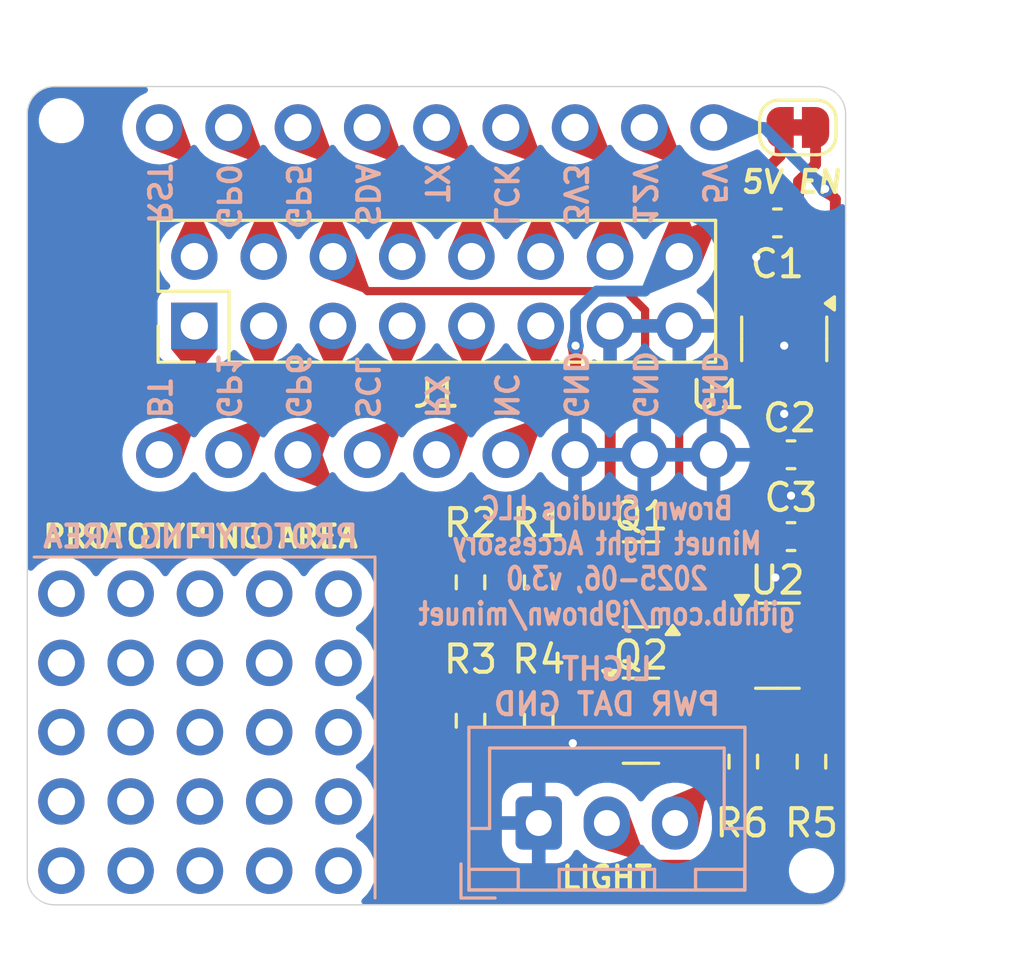
<source format=kicad_pcb>
(kicad_pcb (version 20240108) (generator "pcbnew") (generator_version "8.0")
  (title_block (title "Minuet Light Accessory") (date "2025-06") (rev "v3.0") (company "Brown Studios LLC") (comment 1 "github.com/j9brown/minuet"))
  (layers (0 "F.Cu" signal) (31 "B.Cu" signal) (34 "B.Paste" user) (35 "F.Paste" user) (36 "B.SilkS" user "B.Silkscreen") (37 "F.SilkS" user "F.Silkscreen") (38 "B.Mask" user) (39 "F.Mask" user) (44 "Edge.Cuts" user))
  (net 0 "")
  (net 1 "+12V")
  (net 2 "GND")
  (net 3 "+5V")
  (net 4 "UART_RXD")
  (net 5 "RESET")
  (net 6 "+3.3V")
  (net 7 "SDA")
  (net 8 "GPIO1")
  (net 9 "SCL")
  (net 10 "UART_TXD")
  (net 11 "BOOT")
  (net 12 "GPIO0")
  (net 13 "Net-(U1-BP)")
  (net 14 "/LOAD")
  (net 15 "Net-(Q1-G)")
  (net 16 "Net-(Q2-B)")
  (net 17 "/DATA")
  (net 18 "Net-(Q2-C)")
  (net 19 "Net-(R5-Pad2)")
  (net 21 "Net-(JP1-A)")
  (net 22 "GPIO5")
  (net 23 "LOCK")
  (net 24 "GPIO6")
  (net 25 "RESERVED")
  (footprint "Package_TO_SOT_SMD:SOT-23" (layer "F.Cu") (at 122.5 118.25 180)
    (property "Reference" "Q1" (at 0 2.5 0) (layer "F.SilkS"))
    (property "Value" "DMG2301L")
    (fp_line (start 0 1.560001) (end 0.65 1.56) (stroke (width 0.12)) (layer "F.SilkS"))
    (fp_line (start 0 1.560001) (end -0.65 1.56) (stroke (width 0.12)) (layer "F.SilkS"))
    (fp_line (start 0 -1.560001) (end 0.65 -1.56) (stroke (width 0.12)) (layer "F.SilkS"))
    (fp_line (start 0 -1.560001) (end -0.65 -1.56) (stroke (width 0.12)) (layer "F.SilkS"))
    (fp_poly (pts (xy -1.1625 -1.51) (xy -1.4025 -1.84) (xy -0.9225 -1.839999) (xy -1.1625 -1.51)) (stroke (width 0.12)) (fill solid) (layer "F.SilkS"))
    (pad "1" smd roundrect (at -0.9375 -0.95 180) (size 1.475 0.6) (layers "F.Cu" "F.Paste" "F.Mask") (net 15 "Net-(Q1-G)"))
    (pad "2" smd roundrect (at -0.9375 0.95 180) (size 1.475 0.6) (layers "F.Cu" "F.Paste" "F.Mask") (net 1 "+12V"))
    (pad "3" smd roundrect (at 0.937501 0 180) (size 1.475 0.6) (layers "F.Cu" "F.Paste" "F.Mask") (net 14 "/LOAD"))
  )
  (footprint "Connector_PinHeader_2.54mm:PinHeader_2x08_P2.54mm_Vertical" (layer "F.Cu") (at 106.125 108.775 90)
    (property "Reference" "J1" (at -2.475 8.875 0) (layer "F.SilkS"))
    (property "Value" "PH2-16-UA")
    (fp_line (start 3.87 -1.33) (end 3.87 19.11) (stroke (width 0.12)) (layer "F.SilkS"))
    (fp_line (start 1.27 -1.33) (end 3.87 -1.33) (stroke (width 0.12)) (layer "F.SilkS"))
    (fp_line (start -1.33 -1.33) (end 0 -1.33) (stroke (width 0.12)) (layer "F.SilkS"))
    (fp_line (start -1.33 0) (end -1.33 -1.33) (stroke (width 0.12)) (layer "F.SilkS"))
    (fp_line (start 1.27 1.27) (end 1.27 -1.33) (stroke (width 0.12)) (layer "F.SilkS"))
    (fp_line (start -1.33 1.27) (end 1.27 1.27) (stroke (width 0.12)) (layer "F.SilkS"))
    (fp_line (start -1.33 1.27) (end -1.33 19.11) (stroke (width 0.12)) (layer "F.SilkS"))
    (fp_line (start -1.33 19.11) (end 3.87 19.11) (stroke (width 0.12)) (layer "F.SilkS"))
    (pad "1" thru_hole rect (at 0 0 90) (size 1.7 1.7) (drill 1) (layers "*.Cu" "*.Mask") (net 11 "BOOT"))
    (pad "2" thru_hole oval (at 2.54 0 90) (size 1.7 1.7) (drill 1) (layers "*.Cu" "*.Mask") (net 5 "RESET"))
    (pad "3" thru_hole oval (at 0 2.54 90) (size 1.7 1.7) (drill 1) (layers "*.Cu" "*.Mask") (net 8 "GPIO1"))
    (pad "4" thru_hole oval (at 2.54 2.54 90) (size 1.7 1.7) (drill 1) (layers "*.Cu" "*.Mask") (net 12 "GPIO0"))
    (pad "5" thru_hole oval (at 0 5.08 90) (size 1.7 1.7) (drill 1) (layers "*.Cu" "*.Mask") (net 24 "GPIO6"))
    (pad "6" thru_hole oval (at 2.54 5.08 90) (size 1.7 1.7) (drill 1) (layers "*.Cu" "*.Mask") (net 22 "GPIO5"))
    (pad "7" thru_hole oval (at 0 7.62 90) (size 1.7 1.7) (drill 1) (layers "*.Cu" "*.Mask") (net 9 "SCL"))
    (pad "8" thru_hole oval (at 2.54 7.62 90) (size 1.7 1.7) (drill 1) (layers "*.Cu" "*.Mask") (net 7 "SDA"))
    (pad "9" thru_hole oval (at 0 10.16 90) (size 1.7 1.7) (drill 1) (layers "*.Cu" "*.Mask") (net 4 "UART_RXD"))
    (pad "10" thru_hole oval (at 2.54 10.16 90) (size 1.7 1.7) (drill 1) (layers "*.Cu" "*.Mask") (net 10 "UART_TXD"))
    (pad "11" thru_hole oval (at 0 12.7 90) (size 1.7 1.7) (drill 1) (layers "*.Cu" "*.Mask") (net 25 "RESERVED"))
    (pad "12" thru_hole oval (at 2.54 12.7 90) (size 1.7 1.7) (drill 1) (layers "*.Cu" "*.Mask") (net 23 "LOCK"))
    (pad "13" thru_hole oval (at 0 15.24 90) (size 1.7 1.7) (drill 1) (layers "*.Cu" "*.Mask") (net 2 "GND"))
    (pad "14" thru_hole oval (at 2.54 15.24 90) (size 1.7 1.7) (drill 1) (layers "*.Cu" "*.Mask") (net 6 "+3.3V"))
    (pad "15" thru_hole oval (at 0 17.78 90) (size 1.7 1.7) (drill 1) (layers "*.Cu" "*.Mask") (net 2 "GND"))
    (pad "16" thru_hole oval (at 2.54 17.78 90) (size 1.7 1.7) (drill 1) (layers "*.Cu" "*.Mask") (net 1 "+12V"))
  )
  (footprint "Resistor_SMD:R_0603_1608Metric" (layer "F.Cu") (at 126.25 124.75 -90)
    (property "Reference" "R6" (at 2.25 0.05 0) (layer "F.SilkS"))
    (property "Value" "100K")
    (fp_line (start -0.237258 0.5225) (end 0.237258 0.5225) (stroke (width 0.12)) (layer "F.SilkS"))
    (fp_line (start -0.237258 -0.5225) (end 0.237258 -0.5225) (stroke (width 0.12)) (layer "F.SilkS"))
    (pad "1" smd roundrect (at -0.825 0 270) (size 0.8 0.95) (layers "F.Cu" "F.Paste" "F.Mask") (net 2 "GND"))
    (pad "2" smd roundrect (at 0.825 0 270) (size 0.8 0.95) (layers "F.Cu" "F.Paste" "F.Mask") (net 22 "GPIO5"))
  )
  (footprint "Package_TO_SOT_SMD:SOT-23-5" (layer "F.Cu") (at 127.5 120.5)
    (property "Reference" "U2" (at 0 -2.4 0) (layer "F.SilkS"))
    (property "Value" "SN74LVC1G17DBVR")
    (fp_line (start 0 -1.56) (end -0.8 -1.56) (stroke (width 0.12)) (layer "F.SilkS"))
    (fp_line (start 0 -1.56) (end 0.8 -1.56) (stroke (width 0.12)) (layer "F.SilkS"))
    (fp_line (start 0 1.56) (end -0.8 1.56) (stroke (width 0.12)) (layer "F.SilkS"))
    (fp_line (start 0 1.56) (end 0.8 1.56) (stroke (width 0.12)) (layer "F.SilkS"))
    (fp_poly (pts (xy -1.3 -1.51) (xy -1.54 -1.84) (xy -1.06 -1.84) (xy -1.3 -1.51)) (stroke (width 0.12)) (fill solid) (layer "F.SilkS"))
    (pad "1" smd roundrect (at -1.1375 -0.95) (size 1.325 0.6) (layers "F.Cu" "F.Paste" "F.Mask"))
    (pad "2" smd roundrect (at -1.1375 0) (size 1.325 0.6) (layers "F.Cu" "F.Paste" "F.Mask") (net 22 "GPIO5"))
    (pad "3" smd roundrect (at -1.1375 0.95) (size 1.325 0.6) (layers "F.Cu" "F.Paste" "F.Mask") (net 2 "GND"))
    (pad "4" smd roundrect (at 1.1375 0.95) (size 1.325 0.6) (layers "F.Cu" "F.Paste" "F.Mask") (net 19 "Net-(R5-Pad2)"))
    (pad "5" smd roundrect (at 1.1375 -0.95) (size 1.325 0.6) (layers "F.Cu" "F.Paste" "F.Mask") (net 3 "+5V"))
  )
  (footprint "Jumper:SolderJumper-2_P1.3mm_Bridged_RoundedPad1.0x1.5mm" (layer "F.Cu") (at 128.25 101.5 180)
    (property "Reference" "JP1" (hide yes))
    (property "Value" "SolderJumper_2_Open")
    (fp_poly (pts (xy 0.25 -0.3) (xy -0.25 -0.3) (xy -0.25 0.3) (xy 0.25 0.3)) (fill solid) (layer "F.Cu"))
    (fp_line (start 1.4 -0.300001) (end 1.4 0.300001) (stroke (width 0.12)) (layer "F.SilkS"))
    (fp_line (start 0.7 1) (end -0.7 1) (stroke (width 0.12)) (layer "F.SilkS"))
    (fp_line (start -0.7 -1) (end 0.7 -1) (stroke (width 0.12)) (layer "F.SilkS"))
    (fp_line (start -1.4 0.300001) (end -1.4 -0.300001) (stroke (width 0.12)) (layer "F.SilkS"))
    (fp_arc (start 1.4 0.300001) (mid 1.194974 0.794975) (end 0.7 1) (stroke (width 0.12)) (layer "F.SilkS"))
    (fp_arc (start 0.7 -1) (mid 1.194974 -0.794975) (end 1.4 -0.300001) (stroke (width 0.12)) (layer "F.SilkS"))
    (fp_arc (start -0.7 1) (mid -1.194975 0.794975) (end -1.4 0.300001) (stroke (width 0.12)) (layer "F.SilkS"))
    (fp_arc (start -1.4 -0.300001) (mid -1.194975 -0.794975) (end -0.7 -1) (stroke (width 0.12)) (layer "F.SilkS"))
    (pad "1" smd custom (at -0.649999 0 180) (size 1 0.5) (layers "F.Cu" "F.Mask") (net 21 "Net-(JP1-A)") (options (clearance outline) (anchor rect)) (primitives (gr_circle (center 0 0.25) (end 0.5 0.25) (width 0) (fill yes)) (gr_circle (center 0 -0.25) (end 0.5 -0.25) (width 0) (fill yes)) (gr_poly (pts (xy 0.5 0.75) (xy 0 0.75) (xy 0 -0.75) (xy 0.5 -0.75)) (width 0) (fill yes))))
    (pad "2" smd custom (at 0.649999 0 180) (size 1 0.5) (layers "F.Cu" "F.Mask") (net 1 "+12V") (options (clearance outline) (anchor rect)) (primitives (gr_circle (center 0 0.25) (end 0.5 0.25) (width 0) (fill yes)) (gr_circle (center 0 -0.25) (end 0.5 -0.25) (width 0) (fill yes)) (gr_poly (pts (xy 0 0.75) (xy -0.5 0.75) (xy -0.5 -0.75) (xy 0 -0.75)) (width 0) (fill yes))))
  )
  (footprint "Capacitor_SMD:C_0603_1608Metric" (layer "F.Cu") (at 128 116.5)
    (property "Reference" "C3" (at 0 -1.43 0) (layer "F.SilkS"))
    (property "Value" "2.2u")
    (fp_line (start -0.14058 -0.51) (end 0.14058 -0.51) (stroke (width 0.12)) (layer "F.SilkS"))
    (fp_line (start -0.14058 0.51) (end 0.14058 0.51) (stroke (width 0.12)) (layer "F.SilkS"))
    (pad "1" smd roundrect (at -0.775 0) (size 0.9 0.95) (layers "F.Cu" "F.Paste" "F.Mask") (net 2 "GND"))
    (pad "2" smd roundrect (at 0.775 0) (size 0.9 0.95) (layers "F.Cu" "F.Paste" "F.Mask") (net 3 "+5V"))
  )
  (footprint "Resistor_SMD:R_0603_1608Metric" (layer "F.Cu") (at 118.75 118.175 -90)
    (property "Reference" "R1" (at -2.175 0 180) (layer "F.SilkS"))
    (property "Value" "10K")
    (fp_line (start -0.237258 0.5225) (end 0.237258 0.5225) (stroke (width 0.12)) (layer "F.SilkS"))
    (fp_line (start -0.237258 -0.5225) (end 0.237258 -0.5225) (stroke (width 0.12)) (layer "F.SilkS"))
    (pad "1" smd roundrect (at -0.825 0 270) (size 0.8 0.95) (layers "F.Cu" "F.Paste" "F.Mask") (net 1 "+12V"))
    (pad "2" smd roundrect (at 0.825 0 270) (size 0.8 0.95) (layers "F.Cu" "F.Paste" "F.Mask") (net 15 "Net-(Q1-G)"))
  )
  (footprint "Capacitor_SMD:C_0603_1608Metric" (layer "F.Cu") (at 128 113.5 180)
    (property "Reference" "C2" (at 0.05 1.35 180) (layer "F.SilkS"))
    (property "Value" "10n")
    (fp_line (start -0.14058 0.51) (end 0.14058 0.51) (stroke (width 0.12)) (layer "F.SilkS"))
    (fp_line (start -0.14058 -0.51) (end 0.14058 -0.51) (stroke (width 0.12)) (layer "F.SilkS"))
    (pad "1" smd roundrect (at -0.775 0 180) (size 0.9 0.95) (layers "F.Cu" "F.Paste" "F.Mask") (net 2 "GND"))
    (pad "2" smd roundrect (at 0.775 0 180) (size 0.9 0.95) (layers "F.Cu" "F.Paste" "F.Mask") (net 13 "Net-(U1-BP)"))
  )
  (footprint "Package_TO_SOT_SMD:SOT-23-5" (layer "F.Cu") (at 127.75 109.25 -90)
    (property "Reference" "U1" (at 2.05 2.45 0) (layer "F.SilkS"))
    (property "Value" "LP2985-50DBVR")
    (fp_line (start 0 1.56) (end -0.8 1.56) (stroke (width 0.12)) (layer "F.SilkS"))
    (fp_line (start 0 1.56) (end 0.8 1.56) (stroke (width 0.12)) (layer "F.SilkS"))
    (fp_line (start 0 -1.56) (end -0.8 -1.56) (stroke (width 0.12)) (layer "F.SilkS"))
    (fp_line (start 0 -1.56) (end 0.8 -1.56) (stroke (width 0.12)) (layer "F.SilkS"))
    (fp_poly (pts (xy -1.3 -1.51) (xy -1.54 -1.84) (xy -1.06 -1.84) (xy -1.3 -1.51)) (stroke (width 0.12)) (fill solid) (layer "F.SilkS"))
    (pad "1" smd roundrect (at -1.1375 -0.95 270) (size 1.325 0.6) (layers "F.Cu" "F.Paste" "F.Mask") (net 21 "Net-(JP1-A)"))
    (pad "2" smd roundrect (at -1.1375 0 270) (size 1.325 0.6) (layers "F.Cu" "F.Paste" "F.Mask") (net 2 "GND"))
    (pad "3" smd roundrect (at -1.1375 0.95 270) (size 1.325 0.6) (layers "F.Cu" "F.Paste" "F.Mask") (net 21 "Net-(JP1-A)"))
    (pad "4" smd roundrect (at 1.1375 0.95 270) (size 1.325 0.6) (layers "F.Cu" "F.Paste" "F.Mask") (net 13 "Net-(U1-BP)"))
    (pad "5" smd roundrect (at 1.1375 -0.95 270) (size 1.325 0.6) (layers "F.Cu" "F.Paste" "F.Mask") (net 3 "+5V"))
  )
  (footprint "Package_TO_SOT_SMD:SOT-23" (layer "F.Cu") (at 122.5 123.25)
    (property "Reference" "Q2" (at 0 -2.4 0) (layer "F.SilkS"))
    (property "Value" "MMBT3904")
    (fp_line (start 0 -1.560001) (end -0.65 -1.56) (stroke (width 0.12)) (layer "F.SilkS"))
    (fp_line (start 0 -1.560001) (end 0.65 -1.56) (stroke (width 0.12)) (layer "F.SilkS"))
    (fp_line (start 0 1.560001) (end -0.65 1.56) (stroke (width 0.12)) (layer "F.SilkS"))
    (fp_line (start 0 1.560001) (end 0.65 1.56) (stroke (width 0.12)) (layer "F.SilkS"))
    (fp_poly (pts (xy -1.1625 -1.51) (xy -1.4025 -1.84) (xy -0.9225 -1.839999) (xy -1.1625 -1.51)) (stroke (width 0.12)) (fill solid) (layer "F.SilkS"))
    (pad "1" smd roundrect (at -0.9375 -0.95) (size 1.475 0.6) (layers "F.Cu" "F.Paste" "F.Mask") (net 16 "Net-(Q2-B)"))
    (pad "2" smd roundrect (at -0.9375 0.95) (size 1.475 0.6) (layers "F.Cu" "F.Paste" "F.Mask") (net 2 "GND"))
    (pad "3" smd roundrect (at 0.937501 0) (size 1.475 0.6) (layers "F.Cu" "F.Paste" "F.Mask") (net 18 "Net-(Q2-C)"))
  )
  (footprint "Generic:JLCPCB_PCBA_Tooling_Hole" (layer "F.Cu") (at 128.75 128.75)
    (property "Reference" "TH2" (hide yes))
    (property "Value" "JLCPCB_PCBA_Tooling_Hole" (hide yes))
    (pad "" np_thru_hole circle (at 0 0) (size 1.152 1.152) (drill 1.152) (layers "F&B.Cu" "*.Mask"))
  )
  (footprint "Resistor_SMD:R_0603_1608Metric" (layer "F.Cu") (at 116.25 123.25 -90)
    (property "Reference" "R3" (at -2.25 0 180) (layer "F.SilkS"))
    (property "Value" "10K")
    (fp_line (start -0.237258 0.5225) (end 0.237258 0.5225) (stroke (width 0.12)) (layer "F.SilkS"))
    (fp_line (start -0.237258 -0.5225) (end 0.237258 -0.5225) (stroke (width 0.12)) (layer "F.SilkS"))
    (pad "1" smd roundrect (at -0.825 0 270) (size 0.8 0.95) (layers "F.Cu" "F.Paste" "F.Mask") (net 16 "Net-(Q2-B)"))
    (pad "2" smd roundrect (at 0.825 0 270) (size 0.8 0.95) (layers "F.Cu" "F.Paste" "F.Mask") (net 24 "GPIO6"))
  )
  (footprint "Resistor_SMD:R_0603_1608Metric" (layer "F.Cu") (at 118.75 123.25 90)
    (property "Reference" "R4" (at 2.25 0 180) (layer "F.SilkS"))
    (property "Value" "100K")
    (fp_line (start -0.237258 -0.5225) (end 0.237258 -0.5225) (stroke (width 0.12)) (layer "F.SilkS"))
    (fp_line (start -0.237258 0.5225) (end 0.237258 0.5225) (stroke (width 0.12)) (layer "F.SilkS"))
    (pad "1" smd roundrect (at -0.825 0 90) (size 0.8 0.95) (layers "F.Cu" "F.Paste" "F.Mask") (net 2 "GND"))
    (pad "2" smd roundrect (at 0.825 0 90) (size 0.8 0.95) (layers "F.Cu" "F.Paste" "F.Mask") (net 16 "Net-(Q2-B)"))
  )
  (footprint "Capacitor_SMD:C_0603_1608Metric" (layer "F.Cu") (at 127.5 105 180)
    (property "Reference" "C1" (at 0 -1.5 0) (layer "F.SilkS"))
    (property "Value" "1u")
    (fp_line (start -0.140581 0.51) (end 0.140581 0.51) (stroke (width 0.12)) (layer "F.SilkS"))
    (fp_line (start -0.140581 -0.51) (end 0.140581 -0.51) (stroke (width 0.12)) (layer "F.SilkS"))
    (pad "1" smd roundrect (at -0.775 0 180) (size 0.9 0.95) (layers "F.Cu" "F.Paste" "F.Mask") (net 21 "Net-(JP1-A)"))
    (pad "2" smd roundrect (at 0.775 0 180) (size 0.9 0.95) (layers "F.Cu" "F.Paste" "F.Mask") (net 2 "GND"))
  )
  (footprint "Resistor_SMD:R_0603_1608Metric" (layer "F.Cu") (at 116.25 118.175 90)
    (property "Reference" "R2" (at 2.175 0 180) (layer "F.SilkS"))
    (property "Value" "10K")
    (fp_line (start -0.237258 -0.5225) (end 0.237258 -0.5225) (stroke (width 0.12)) (layer "F.SilkS"))
    (fp_line (start -0.237258 0.5225) (end 0.237258 0.5225) (stroke (width 0.12)) (layer "F.SilkS"))
    (pad "1" smd roundrect (at -0.825 0 90) (size 0.8 0.95) (layers "F.Cu" "F.Paste" "F.Mask") (net 18 "Net-(Q2-C)"))
    (pad "2" smd roundrect (at 0.825 0 90) (size 0.8 0.95) (layers "F.Cu" "F.Paste" "F.Mask") (net 15 "Net-(Q1-G)"))
  )
  (footprint "Generic:ProtoPins" (layer "F.Cu") (at 101.25 128.75 90)
    (property "Reference" "PROTO" (hide yes))
    (property "Value" "Val**" (hide yes))
    (pad "1" thru_hole circle (at 0 0 90) (size 1.7 1.7) (drill 1) (layers "*.Cu" "*.Mask"))
    (pad "1" thru_hole circle (at 2.54 0 90) (size 1.7 1.7) (drill 1) (layers "*.Cu" "*.Mask"))
    (pad "1" thru_hole circle (at 5.08 0 90) (size 1.7 1.7) (drill 1) (layers "*.Cu" "*.Mask"))
    (pad "1" thru_hole circle (at 7.62 0 90) (size 1.7 1.7) (drill 1) (layers "*.Cu" "*.Mask"))
    (pad "1" thru_hole circle (at 10.16 0 90) (size 1.7 1.7) (drill 1) (layers "*.Cu" "*.Mask"))
    (pad "2" thru_hole oval (at 0 2.54 90) (size 1.7 1.7) (drill 1) (layers "*.Cu" "*.Mask"))
    (pad "2" thru_hole oval (at 2.54 2.54 90) (size 1.7 1.7) (drill 1) (layers "*.Cu" "*.Mask"))
    (pad "2" thru_hole oval (at 5.08 2.54 90) (size 1.7 1.7) (drill 1) (layers "*.Cu" "*.Mask"))
    (pad "2" thru_hole oval (at 7.62 2.54 90) (size 1.7 1.7) (drill 1) (layers "*.Cu" "*.Mask"))
    (pad "2" thru_hole oval (at 10.16 2.54 90) (size 1.7 1.7) (drill 1) (layers "*.Cu" "*.Mask"))
    (pad "3" thru_hole oval (at 0 5.079999 90) (size 1.7 1.7) (drill 1) (layers "*.Cu" "*.Mask"))
    (pad "3" thru_hole oval (at 2.54 5.079999 90) (size 1.7 1.7) (drill 1) (layers "*.Cu" "*.Mask"))
    (pad "3" thru_hole oval (at 5.08 5.079999 90) (size 1.7 1.7) (drill 1) (layers "*.Cu" "*.Mask"))
    (pad "3" thru_hole oval (at 7.62 5.079999 90) (size 1.7 1.7) (drill 1) (layers "*.Cu" "*.Mask"))
    (pad "3" thru_hole oval (at 10.16 5.079999 90) (size 1.7 1.7) (drill 1) (layers "*.Cu" "*.Mask"))
    (pad "4" thru_hole oval (at 0 7.62 90) (size 1.7 1.7) (drill 1) (layers "*.Cu" "*.Mask"))
    (pad "4" thru_hole oval (at 2.54 7.62 90) (size 1.7 1.7) (drill 1) (layers "*.Cu" "*.Mask"))
    (pad "4" thru_hole oval (at 5.08 7.62 90) (size 1.7 1.7) (drill 1) (layers "*.Cu" "*.Mask"))
    (pad "4" thru_hole oval (at 7.62 7.62 90) (size 1.7 1.7) (drill 1) (layers "*.Cu" "*.Mask"))
    (pad "4" thru_hole oval (at 10.16 7.62 90) (size 1.7 1.7) (drill 1) (layers "*.Cu" "*.Mask"))
    (pad "5" thru_hole oval (at 0 10.16 90) (size 1.7 1.7) (drill 1) (layers "*.Cu" "*.Mask"))
    (pad "5" thru_hole oval (at 2.54 10.16 90) (size 1.7 1.7) (drill 1) (layers "*.Cu" "*.Mask"))
    (pad "5" thru_hole oval (at 5.08 10.16 90) (size 1.7 1.7) (drill 1) (layers "*.Cu" "*.Mask"))
    (pad "5" thru_hole oval (at 7.62 10.16 90) (size 1.7 1.7) (drill 1) (layers "*.Cu" "*.Mask"))
    (pad "5" thru_hole oval (at 10.16 10.16 90) (size 1.7 1.7) (drill 1) (layers "*.Cu" "*.Mask"))
  )
  (footprint "Generic:JLCPCB_PCBA_Tooling_Hole" (layer "F.Cu") (at 101.25 101.25)
    (property "Reference" "TH1" (hide yes))
    (property "Value" "JLCPCB_PCBA_Tooling_Hole" (hide yes))
    (pad "" np_thru_hole circle (at 0 0) (size 1.152 1.152) (drill 1.152) (layers "F&B.Cu" "*.Mask"))
  )
  (footprint "Resistor_SMD:R_0603_1608Metric" (layer "F.Cu") (at 128.75 124.75 90)
    (property "Reference" "R5" (at -2.25 0 180) (layer "F.SilkS"))
    (property "Value" "33")
    (fp_line (start -0.237258 -0.5225) (end 0.237258 -0.5225) (stroke (width 0.12)) (layer "F.SilkS"))
    (fp_line (start -0.237258 0.5225) (end 0.237258 0.5225) (stroke (width 0.12)) (layer "F.SilkS"))
    (pad "1" smd roundrect (at -0.825 0 90) (size 0.8 0.95) (layers "F.Cu" "F.Paste" "F.Mask") (net 17 "/DATA"))
    (pad "2" smd roundrect (at 0.825 0 90) (size 0.8 0.95) (layers "F.Cu" "F.Paste" "F.Mask") (net 19 "Net-(R5-Pad2)"))
  )
  (footprint "Generic:Pins_1x09" (layer "B.Cu") (at 104.84 113.5 -90)
    (property "Reference" "J2" (hide yes))
    (property "Value" "Conn_01x09")
    (pad "1" thru_hole circle (at 0 0 270) (size 1.7 1.7) (drill 1) (layers "*.Cu" "*.Mask") (net 11 "BOOT"))
    (pad "2" thru_hole oval (at 0 -2.54 270) (size 1.7 1.7) (drill 1) (layers "*.Cu" "*.Mask") (net 8 "GPIO1"))
    (pad "3" thru_hole oval (at 0 -5.079999 270) (size 1.7 1.7) (drill 1) (layers "*.Cu" "*.Mask") (net 24 "GPIO6"))
    (pad "4" thru_hole oval (at 0 -7.62 270) (size 1.7 1.7) (drill 1) (layers "*.Cu" "*.Mask") (net 9 "SCL"))
    (pad "5" thru_hole oval (at 0 -10.16 270) (size 1.7 1.7) (drill 1) (layers "*.Cu" "*.Mask") (net 4 "UART_RXD"))
    (pad "6" thru_hole oval (at 0 -12.7 270) (size 1.7 1.7) (drill 1) (layers "*.Cu" "*.Mask") (net 25 "RESERVED"))
    (pad "7" thru_hole oval (at 0 -15.24 270) (size 1.7 1.7) (drill 1) (layers "*.Cu" "*.Mask") (net 2 "GND"))
    (pad "8" thru_hole oval (at 0 -17.78 270) (size 1.7 1.7) (drill 1) (layers "*.Cu" "*.Mask") (net 2 "GND"))
    (pad "9" thru_hole oval (at 0 -20.32 270) (size 1.7 1.7) (drill 1) (layers "*.Cu" "*.Mask") (net 2 "GND"))
  )
  (footprint "Connector_JST:JST_XH_B3B-XH-A_1x03_P2.50mm_Vertical" (layer "B.Cu") (at 118.75 127)
    (property "Reference" "J4" (hide yes))
    (property "Value" "B3B-XH-A")
    (fp_line (start -2.85 1.5) (end -2.85 2.75) (stroke (width 0.12)) (layer "B.SilkS"))
    (fp_line (start -2.85 2.75) (end -1.6 2.75) (stroke (width 0.12)) (layer "B.SilkS"))
    (fp_line (start -2.56 -3.51) (end -2.56 2.46) (stroke (width 0.12)) (layer "B.SilkS"))
    (fp_line (start -2.56 2.46) (end 7.56 2.46) (stroke (width 0.12)) (layer "B.SilkS"))
    (fp_line (start -2.55 1.7) (end -2.55 2.45) (stroke (width 0.12)) (layer "B.SilkS"))
    (fp_line (start -2.55 2.45) (end -0.75 2.45) (stroke (width 0.12)) (layer "B.SilkS"))
    (fp_line (start -1.8 -2.75) (end -1.8 0.2) (stroke (width 0.12)) (layer "B.SilkS"))
    (fp_line (start -1.8 0.2) (end -2.55 0.2) (stroke (width 0.12)) (layer "B.SilkS"))
    (fp_line (start -0.75 1.7) (end -2.55 1.7) (stroke (width 0.12)) (layer "B.SilkS"))
    (fp_line (start -0.75 2.45) (end -0.75 1.7) (stroke (width 0.12)) (layer "B.SilkS"))
    (fp_line (start 0.75 1.7) (end 0.75 2.45) (stroke (width 0.12)) (layer "B.SilkS"))
    (fp_line (start 0.75 2.45) (end 4.25 2.45) (stroke (width 0.12)) (layer "B.SilkS"))
    (fp_line (start 2.5 -2.75) (end -1.8 -2.75) (stroke (width 0.12)) (layer "B.SilkS"))
    (fp_line (start 2.5 -2.75) (end 6.8 -2.75) (stroke (width 0.12)) (layer "B.SilkS"))
    (fp_line (start 4.25 1.7) (end 0.75 1.7) (stroke (width 0.12)) (layer "B.SilkS"))
    (fp_line (start 4.25 2.45) (end 4.25 1.7) (stroke (width 0.12)) (layer "B.SilkS"))
    (fp_line (start 5.75 1.7) (end 5.75 2.45) (stroke (width 0.12)) (layer "B.SilkS"))
    (fp_line (start 5.75 2.45) (end 7.55 2.45) (stroke (width 0.12)) (layer "B.SilkS"))
    (fp_line (start 6.8 -2.75) (end 6.8 0.2) (stroke (width 0.12)) (layer "B.SilkS"))
    (fp_line (start 6.8 0.2) (end 7.55 0.2) (stroke (width 0.12)) (layer "B.SilkS"))
    (fp_line (start 7.55 1.7) (end 5.75 1.7) (stroke (width 0.12)) (layer "B.SilkS"))
    (fp_line (start 7.55 2.45) (end 7.55 1.7) (stroke (width 0.12)) (layer "B.SilkS"))
    (fp_line (start 7.56 -3.51) (end -2.56 -3.51) (stroke (width 0.12)) (layer "B.SilkS"))
    (fp_line (start 7.56 2.46) (end 7.56 -3.51) (stroke (width 0.12)) (layer "B.SilkS"))
    (pad "1" thru_hole roundrect (at 0 0) (size 1.7 1.95) (drill 0.95) (layers "*.Cu" "*.Mask") (roundrect_rratio 0.147059) (net 2 "GND"))
    (pad "2" thru_hole oval (at 2.5 0) (size 1.7 1.95) (drill 0.95) (layers "*.Cu" "*.Mask") (net 17 "/DATA"))
    (pad "3" thru_hole oval (at 5 0) (size 1.7 1.95) (drill 0.95) (layers "*.Cu" "*.Mask") (net 14 "/LOAD"))
  )
  (footprint "Generic:Pins_1x09" (layer "B.Cu") (at 104.84 101.5 -90)
    (property "Reference" "J3" (hide yes))
    (property "Value" "Conn_01x09")
    (pad "1" thru_hole circle (at 0 0 270) (size 1.7 1.7) (drill 1) (layers "*.Cu" "*.Mask") (net 5 "RESET"))
    (pad "2" thru_hole oval (at 0 -2.54 270) (size 1.7 1.7) (drill 1) (layers "*.Cu" "*.Mask") (net 12 "GPIO0"))
    (pad "3" thru_hole oval (at 0 -5.079999 270) (size 1.7 1.7) (drill 1) (layers "*.Cu" "*.Mask") (net 22 "GPIO5"))
    (pad "4" thru_hole oval (at 0 -7.62 270) (size 1.7 1.7) (drill 1) (layers "*.Cu" "*.Mask") (net 7 "SDA"))
    (pad "5" thru_hole oval (at 0 -10.16 270) (size 1.7 1.7) (drill 1) (layers "*.Cu" "*.Mask") (net 10 "UART_TXD"))
    (pad "6" thru_hole oval (at 0 -12.7 270) (size 1.7 1.7) (drill 1) (layers "*.Cu" "*.Mask") (net 23 "LOCK"))
    (pad "7" thru_hole oval (at 0 -15.24 270) (size 1.7 1.7) (drill 1) (layers "*.Cu" "*.Mask") (net 6 "+3.3V"))
    (pad "8" thru_hole oval (at 0 -17.78 270) (size 1.7 1.7) (drill 1) (layers "*.Cu" "*.Mask") (net 1 "+12V"))
    (pad "9" thru_hole oval (at 0 -20.32 270) (size 1.7 1.7) (drill 1) (layers "*.Cu" "*.Mask") (net 3 "+5V"))
  )
  (gr_line (start 112.75 117.25) (end 100.25 117.25) (stroke (width 0.1)) (layer "B.SilkS"))
  (gr_line (start 112.75 117.25) (end 112.75 129.75) (stroke (width 0.1)) (layer "B.SilkS"))
  (gr_line (start 100.25 117.25) (end 112.75 117.25) (stroke (width 0.1)) (layer "F.SilkS"))
  (gr_line (start 112.75 117.25) (end 112.75 129.75) (stroke (width 0.1)) (layer "F.SilkS"))
  (gr_arc (start 130 129) (mid 129.707107 129.707107) (end 129 130) (stroke (width 0.05)) (layer "Edge.Cuts"))
  (gr_arc (start 101 130) (mid 100.292893 129.707107) (end 100 129) (stroke (width 0.05)) (layer "Edge.Cuts"))
  (gr_arc (start 129 100) (mid 129.707107 100.292893) (end 130 101) (stroke (width 0.05)) (layer "Edge.Cuts"))
  (gr_line (start 100 129) (end 100 101) (stroke (width 0.05)) (layer "Edge.Cuts"))
  (gr_line (start 129 130) (end 101 130) (stroke (width 0.05)) (layer "Edge.Cuts"))
  (gr_arc (start 100 101) (mid 100.292893 100.292893) (end 101 100) (stroke (width 0.05)) (layer "Edge.Cuts"))
  (gr_line (start 101 100) (end 129 100) (stroke (width 0.05)) (layer "Edge.Cuts"))
  (gr_line (start 130 101) (end 130 129) (stroke (width 0.05)) (layer "Edge.Cuts"))
  (gr_text "PROTOTYPING AREA" (at 106.35 116.5 -0) (layer "B.SilkS") (effects (font (size 0.8 0.8) (thickness 0.16) (bold yes)) (justify mirror)))
  (gr_text "${COMPANY}\n${TITLE}\n${ISSUE_DATE}, ${REVISION}\n${COMMENT1}" (at 121.25 115 0) (layer "B.SilkS") (effects (font (size 0.8 0.65) (thickness 0.15) (bold yes)) (justify top mirror)))
  (gr_text "GND\n\nGND\n\nGND\n\nNC\n\nRX\n\nSCL\n\nGP6\n\nGP1\n\nBT" (at 115 112.25 270) (layer "B.SilkS") (effects (font (size 0.79 0.8) (thickness 0.158) (bold yes)) (justify left mirror)))
  (gr_text "5V\n\n12V\n\n3V3\n\nLCK\n\nTX\n\nSDA\n\nGP5\n\nGP0\n\nRST" (at 115 102.75 270) (layer "B.SilkS") (effects (font (size 0.79 0.8) (thickness 0.158) (bold yes)) (justify right mirror)))
  (gr_text "LIGHT\nPWR DAT GND" (at 121.25 122 0) (layer "B.SilkS") (effects (font (size 0.8 0.8) (thickness 0.16) (bold yes)) (justify mirror)))
  (gr_text "LIGHT" (at 121.25 129 0) (layer "F.SilkS") (effects (font (size 0.8 0.8) (thickness 0.16) (bold yes))))
  (gr_text "5V EN" (at 128 103.5 0) (layer "F.SilkS") (effects (font (size 0.8 0.8) (thickness 0.16) (bold yes) (italic yes))))
  (gr_text "PROTOTYPING AREA" (at 106.35 116.5 0) (layer "F.SilkS") (effects (font (size 0.8 0.8) (thickness 0.16) (bold yes))))
  (segment (start 121.37 112.12) (end 121.37 117.22) (width 0.4) (layer "F.Cu") (net 1))
  (segment (start 121.5 117.35) (end 123.25 117.35) (width 0.4) (layer "F.Cu") (net 1))
  (segment (start 121.37 117.22) (end 121.5 117.35) (width 0.4) (layer "F.Cu") (net 1))
  (segment (start 123.905 106.235) (end 123.905 102.785) (width 0.4) (layer "F.Cu") (net 1))
  (segment (start 127.600001 102.539999) (end 127.600001 101.5) (width 0.4) (layer "F.Cu") (net 1))
  (segment (start 120.1 109.500036) (end 120.1 110.85) (width 0.4) (layer "F.Cu") (net 1))
  (segment (start 118.75 117.35) (end 121.5 117.35) (width 0.4) (layer "F.Cu") (net 1))
  (segment (start 120.1 110.85) (end 121.37 112.12) (width 0.4) (layer "F.Cu") (net 1))
  (segment (start 123.905 106.235) (end 127.600001 102.539999) (width 0.4) (layer "F.Cu") (net 1))
  (segment (start 123.905 102.785) (end 122.619293 101.499293) (width 0.4) (layer "F.Cu") (net 1))
  (via (at 120.1 109.500036) (size 0.6) (drill 0.3) (layers "F.Cu" "B.Cu") (net 1))
  (segment (start 123.905 106.235) (end 122.64 107.5) (width 0.4) (layer "B.Cu") (net 1))
  (segment (start 120.872233 107.5) (end 120.1 108.272233) (width 0.4) (layer "B.Cu") (net 1))
  (segment (start 120.1 108.272233) (end 120.1 109.500036) (width 0.4) (layer "B.Cu") (net 1))
  (segment (start 122.64 107.5) (end 120.872233 107.5) (width 0.4) (layer "B.Cu") (net 1))
  (segment (start 127.75 109.5) (end 127.75 112) (width 0.4) (layer "F.Cu") (net 2))
  (segment (start 121.4375 124.075) (end 121.5625 124.2) (width 0.4) (layer "F.Cu") (net 2))
  (segment (start 126.25 121.5625) (end 126.3625 121.45) (width 0.4) (layer "F.Cu") (net 2))
  (segment (start 127.75 112) (end 127.75 112.475) (width 0.4) (layer "F.Cu") (net 2))
  (segment (start 127.425 116.7) (end 127.425 118) (width 0.4) (layer "F.Cu") (net 2))
  (segment (start 127.425 121.049999) (end 127.024999 121.45) (width 0.4) (layer "F.Cu") (net 2))
  (segment (start 128.775 113.5) (end 128.775 114.225) (width 0.4) (layer "F.Cu") (net 2))
  (segment (start 118.75 124.075) (end 120 124.075) (width 0.4) (layer "F.Cu") (net 2))
  (segment (start 127.75 108.1125) (end 127.75 109.5) (width 0.4) (layer "F.Cu") (net 2))
  (segment (start 127.425 118) (end 127.425 121.049999) (width 0.4) (layer "F.Cu") (net 2))
  (segment (start 126.725 106.25) (end 126.725 105) (width 0.4) (layer "F.Cu") (net 2))
  (segment (start 128 115.725) (end 127.225 116.5) (width 0.4) (layer "F.Cu") (net 2))
  (segment (start 127.024999 121.45) (end 126.3625 121.45) (width 0.4) (layer "F.Cu") (net 2))
  (segment (start 120 124.075) (end 121.4375 124.075) (width 0.4) (layer "F.Cu") (net 2))
  (segment (start 127.75 112.475) (end 128.775 113.5) (width 0.4) (layer "F.Cu") (net 2))
  (segment (start 126.25 123.925) (end 126.25 121.5625) (width 0.4) (layer "F.Cu") (net 2))
  (segment (start 128 115) (end 128 115.725) (width 0.4) (layer "F.Cu") (net 2))
  (segment (start 128.775 114.225) (end 128 115) (width 0.4) (layer "F.Cu") (net 2))
  (via (at 127.425 118) (size 0.6) (drill 0.3) (layers "F.Cu" "B.Cu") (net 2))
  (via (at 127.75 109.5) (size 0.6) (drill 0.3) (layers "F.Cu" "B.Cu") (net 2))
  (via (at 127.75 112) (size 0.6) (drill 0.3) (layers "F.Cu" "B.Cu") (net 2))
  (via (at 128 115) (size 0.6) (drill 0.3) (layers "F.Cu" "B.Cu") (net 2))
  (via (at 120 124.075) (size 0.6) (drill 0.3) (layers "F.Cu" "B.Cu") (net 2))
  (via (at 126.725 106.25) (size 0.6) (drill 0.3) (layers "F.Cu" "B.Cu") (net 2))
  (segment (start 128.775 119.4125) (end 128.6375 119.55) (width 0.4) (layer "F.Cu") (net 3))
  (segment (start 129.5125 110.3875) (end 129.625 110.5) (width 0.4) (layer "F.Cu") (net 3))
  (segment (start 128.7 110.3875) (end 129.5125 110.3875) (width 0.4) (layer "F.Cu") (net 3))
  (segment (start 129.625 110.5) (end 129.625 115.65) (width 0.4) (layer "F.Cu") (net 3))
  (segment (start 129.625 104.125) (end 129.625 110.5) (width 0.4) (layer "F.Cu") (net 3))
  (segment (start 129.25 103.75) (end 129.625 104.125) (width 0.4) (layer "F.Cu") (net 3))
  (segment (start 129.625 115.65) (end 128.775 116.5) (width 0.4) (layer "F.Cu") (net 3))
  (segment (start 128.775 116.5) (end 128.775 119.4125) (width 0.4) (layer "F.Cu") (net 3))
  (via (at 129.25 103.75) (size 0.6) (drill 0.3) (layers "F.Cu" "B.Cu") (net 3))
  (segment (start 127 101.5) (end 129.25 103.75) (width 0.4) (layer "B.Cu") (net 3))
  (segment (start 125.16 101.5) (end 127 101.5) (width 0.4) (layer "B.Cu") (net 3))
  (segment (start 116.285 108.775) (end 116.285 112.215) (width 0.3) (layer "F.Cu") (net 4))
  (segment (start 116.285 112.215) (end 115 113.5) (width 0.3) (layer "F.Cu") (net 4))
  (segment (start 106.125 106.235) (end 106.125 102.785) (width 0.3) (layer "F.Cu") (net 5))
  (segment (start 106.125 102.785) (end 104.84 101.5) (width 0.3) (layer "F.Cu") (net 5))
  (segment (start 121.365 102.785) (end 120.08 101.5) (width 0.4) (layer "F.Cu") (net 6))
  (segment (start 121.365 106.235) (end 121.365 102.785) (width 0.4) (layer "F.Cu") (net 6))
  (segment (start 113.745 102.785) (end 112.46 101.5) (width 0.3) (layer "F.Cu") (net 7))
  (segment (start 113.745 106.235) (end 113.745 102.785) (width 0.3) (layer "F.Cu") (net 7))
  (segment (start 108.665 112.215) (end 107.38 113.5) (width 0.3) (layer "F.Cu") (net 8))
  (segment (start 108.665 108.775) (end 108.665 112.215) (width 0.3) (layer "F.Cu") (net 8))
  (segment (start 113.745 108.775) (end 113.745 112.215) (width 0.3) (layer "F.Cu") (net 9))
  (segment (start 113.745 112.215) (end 112.46 113.5) (width 0.3) (layer "F.Cu") (net 9))
  (segment (start 116.285 106.235) (end 116.285 102.785) (width 0.3) (layer "F.Cu") (net 10))
  (segment (start 116.285 102.785) (end 115 101.5) (width 0.3) (layer "F.Cu") (net 10))
  (segment (start 106.125 112.215) (end 104.84 113.5) (width 0.3) (layer "F.Cu") (net 11))
  (segment (start 106.125 108.775) (end 106.125 112.215) (width 0.3) (layer "F.Cu") (net 11))
  (segment (start 108.665 102.785) (end 107.38 101.5) (width 0.3) (layer "F.Cu") (net 12))
  (segment (start 108.665 106.235) (end 108.665 102.785) (width 0.3) (layer "F.Cu") (net 12))
  (segment (start 126.8 113.075) (end 127.225 113.5) (width 0.4) (layer "F.Cu") (net 13))
  (segment (start 126.8 110.3875) (end 126.8 113.075) (width 0.4) (layer "F.Cu") (net 13))
  (segment (start 121.562499 118.25) (end 124.006974 118.25) (width 0.4) (layer "F.Cu") (net 14))
  (segment (start 124.006974 118.25) (end 124.75 118.993026) (width 0.4) (layer "F.Cu") (net 14))
  (segment (start 124.75 118.993026) (end 124.75 126) (width 0.4) (layer "F.Cu") (net 14))
  (segment (start 124.75 126) (end 123.75 127) (width 0.4) (layer "F.Cu") (net 14))
  (segment (start 123.4375 119.2) (end 118.95 119.2) (width 0.3) (layer "F.Cu") (net 15))
  (segment (start 117.9 119) (end 116.25 117.35) (width 0.3) (layer "F.Cu") (net 15))
  (segment (start 118.75 119) (end 117.9 119) (width 0.3) (layer "F.Cu") (net 15))
  (segment (start 121.5625 122.3) (end 118.875 122.3) (width 0.3) (layer "F.Cu") (net 16))
  (segment (start 118.75 122.425) (end 116.25 122.425) (width 0.3) (layer "F.Cu") (net 16))
  (segment (start 122.75 128.5) (end 121.25 127) (width 0.3) (layer "F.Cu") (net 17))
  (segment (start 125.825 128.5) (end 122.75 128.5) (width 0.3) (layer "F.Cu") (net 17))
  (segment (start 128.75 125.575) (end 125.825 128.5) (width 0.3) (layer "F.Cu") (net 17))
  (segment (start 121.461262 120.75) (end 123.437501 122.726239) (width 0.3) (layer "F.Cu") (net 18))
  (segment (start 123.437501 122.726239) (end 123.437501 123.25) (width 0.3) (layer "F.Cu") (net 18))
  (segment (start 116.25 119) (end 118 120.75) (width 0.3) (layer "F.Cu") (net 18))
  (segment (start 118 120.75) (end 121.461262 120.75) (width 0.3) (layer "F.Cu") (net 18))
  (segment (start 128.6375 121.45) (end 128.6375 123.8125) (width 0.3) (layer "F.Cu") (net 19))
  (segment (start 128.7 107) (end 128.7 108.1125) (width 0.4) (layer "F.Cu") (net 21))
  (segment (start 128.275 105) (end 128.7 105.425) (width 0.4) (layer "F.Cu") (net 21))
  (segment (start 128.899999 102.850001) (end 128.275 103.475) (width 0.4) (layer "F.Cu") (net 21))
  (segment (start 128.275 103.475) (end 128.275 105) (width 0.4) (layer "F.Cu") (net 21))
  (segment (start 126.8 107.450001) (end 126.8 108.1125) (width 0.4) (layer "F.Cu") (net 21))
  (segment (start 128.899999 101.5) (end 128.899999 102.850001) (width 0.4) (layer "F.Cu") (net 21))
  (segment (start 127.250001 107) (end 126.8 107.450001) (width 0.4) (layer "F.Cu") (net 21))
  (segment (start 128.7 105.425) (end 128.7 107) (width 0.4) (layer "F.Cu") (net 21))
  (segment (start 128.7 107) (end 127.250001 107) (width 0.4) (layer "F.Cu") (net 21))
  (segment (start 125.35 120.5) (end 125.35 124.675) (width 0.3) (layer "F.Cu") (net 22))
  (segment (start 122.65 108.2) (end 122.65 110.65) (width 0.3) (layer "F.Cu") (net 22))
  (segment (start 123.9 115.15) (end 125.35 116.6) (width 0.3) (layer "F.Cu") (net 22))
  (segment (start 126.3625 120.5) (end 125.35 120.5) (width 0.3) (layer "F.Cu") (net 22))
  (segment (start 121.95 107.5) (end 122.65 108.2) (width 0.3) (layer "F.Cu") (net 22))
  (segment (start 111.205 106.235) (end 111.205 102.785001) (width 0.3) (layer "F.Cu") (net 22))
  (segment (start 125.35 116.6) (end 125.35 120.5) (width 0.3) (layer "F.Cu") (net 22))
  (segment (start 111.205 106.235) (end 112.47 107.5) (width 0.3) (layer "F.Cu") (net 22))
  (segment (start 112.47 107.5) (end 121.95 107.5) (width 0.3) (layer "F.Cu") (net 22))
  (segment (start 123.9 111.9) (end 123.9 115.15) (width 0.3) (layer "F.Cu") (net 22))
  (segment (start 122.65 110.65) (end 123.9 111.9) (width 0.3) (layer "F.Cu") (net 22))
  (segment (start 125.35 124.675) (end 126.25 125.575) (width 0.3) (layer "F.Cu") (net 22))
  (segment (start 111.205 102.785001) (end 109.919999 101.5) (width 0.3) (layer "F.Cu") (net 22))
  (segment (start 118.825 106.235) (end 118.825 102.785) (width 0.3) (layer "F.Cu") (net 23))
  (segment (start 118.825 102.785) (end 117.54 101.5) (width 0.3) (layer "F.Cu") (net 23))
  (segment (start 115 116.75) (end 115 122.825) (width 0.3) (layer "F.Cu") (net 24))
  (segment (start 109.919999 113.5) (end 111.669999 115.25) (width 0.3) (layer "F.Cu") (net 24))
  (segment (start 111.205 108.775) (end 111.205 112.214999) (width 0.3) (layer "F.Cu") (net 24))
  (segment (start 113.5 115.25) (end 115 116.75) (width 0.3) (layer "F.Cu") (net 24))
  (segment (start 115 122.825) (end 116.25 124.075) (width 0.3) (layer "F.Cu") (net 24))
  (segment (start 111.669999 115.25) (end 113.5 115.25) (width 0.3) (layer "F.Cu") (net 24))
  (segment (start 111.205 112.214999) (end 109.919999 113.5) (width 0.3) (layer "F.Cu") (net 24))
  (segment (start 118.825 108.775) (end 118.825 112.215) (width 0.3) (layer "F.Cu") (net 25))
  (segment (start 118.825 112.215) (end 117.54 113.5) (width 0.3) (layer "F.Cu") (net 25))
  (zone (net 2) (net_name "GND") (layer "B.Cu") (name "GND") (connect_pads (clearance 0.5)) (min_thickness 0.25) (fill yes (thermal_gap 0.5) (thermal_bridge_width 0.5))
    (polygon (pts (xy 131 99) (xy 131 131) (xy 99 131) (xy 99 99)))
  )
)
</source>
